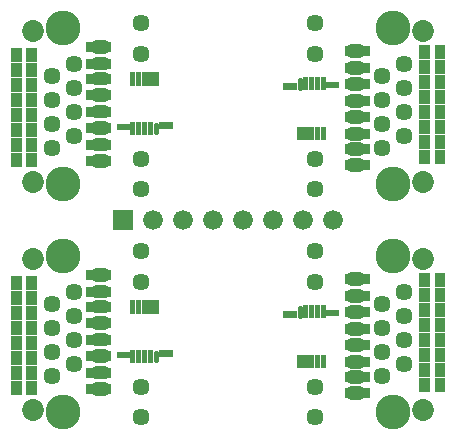
<source format=gbr>
G04 start of page 7 for group -4062 idx -4062 *
G04 Title: (unknown), soldermask *
G04 Creator: pcb 4.2.0 *
G04 CreationDate: Wed Jul 29 20:49:24 2020 UTC *
G04 For: commonadmin *
G04 Format: Gerber/RS-274X *
G04 PCB-Dimensions (mil): 2000.00 2000.00 *
G04 PCB-Coordinate-Origin: lower left *
%MOIN*%
%FSLAX25Y25*%
%LNBOTTOMMASK*%
%ADD51C,0.0180*%
%ADD50C,0.0200*%
%ADD49C,0.0001*%
%ADD48C,0.0660*%
%ADD47C,0.0729*%
%ADD46C,0.1162*%
%ADD45C,0.0572*%
G54D45*X60984Y103504D03*
Y113543D03*
G54D46*X35000Y111969D03*
Y136000D03*
G54D47*X24961Y111181D03*
Y136787D03*
G54D48*X85000Y124000D03*
X95000D03*
X105000D03*
X115000D03*
G54D49*G36*
X51700Y127300D02*Y120700D01*
X58300D01*
Y127300D01*
X51700D01*
G37*
G54D48*X65000Y124000D03*
X75000D03*
X125000D03*
G54D45*X119016Y113543D03*
X60984Y68465D03*
Y58425D03*
X38543Y100039D03*
X31457Y79961D03*
Y96024D03*
Y87992D03*
X38543Y92008D03*
Y75945D03*
Y83976D03*
X31457Y71929D03*
G54D46*X35000Y60000D03*
G54D47*X24961Y60787D03*
G54D45*X119016Y68465D03*
Y58425D03*
Y144465D03*
Y179504D03*
Y134425D03*
Y189543D03*
Y103504D03*
X141457Y96024D03*
X148543Y100039D03*
Y92008D03*
X141457Y71929D03*
Y79961D03*
Y87992D03*
X148543Y75945D03*
Y83976D03*
G54D46*X145000Y60000D03*
G54D47*X155039Y60787D03*
G54D46*X145000Y111969D03*
G54D45*X148543Y151945D03*
Y159976D03*
G54D46*X145000Y136000D03*
Y187969D03*
G54D47*X155039Y111181D03*
Y187181D03*
Y136787D03*
G54D45*X60984Y179504D03*
Y189543D03*
X38543Y176039D03*
Y168008D03*
Y151945D03*
Y159976D03*
X60984Y144465D03*
Y134425D03*
X31457Y147929D03*
Y155961D03*
Y172024D03*
Y163992D03*
G54D46*X35000Y187969D03*
G54D47*X24961Y187181D03*
G54D45*X141457Y147929D03*
Y155961D03*
Y172024D03*
Y163992D03*
X148543Y176039D03*
Y168008D03*
G54D50*X131100Y91969D02*X134100D01*
X130400Y92669D02*X131100Y91969D01*
G54D49*G36*
X128900Y93669D02*Y91669D01*
X131400D01*
Y93669D01*
X128900D01*
G37*
G54D50*X131400Y91969D02*X132000Y92569D01*
X132600Y91969D01*
X134100D02*X134800Y92669D01*
G54D49*G36*
X133800Y93669D02*Y91669D01*
X137300D01*
Y93669D01*
X133800D01*
G37*
G54D50*X133200Y92569D02*X133800Y91969D01*
X132600D02*X133200Y92569D01*
X130400Y93969D02*X131000Y94569D01*
G54D49*G36*
X128900Y94969D02*Y92969D01*
X131400D01*
Y94969D01*
X128900D01*
G37*
G54D50*X134100Y94569D02*X134700Y93969D01*
X133200Y93869D02*X133900Y94569D01*
X132500D02*X133200Y93869D01*
X132000D02*X132700Y94569D01*
X131300D02*X132000Y93869D01*
G54D49*G36*
X133700Y94969D02*Y92969D01*
X137300D01*
Y94969D01*
X133700D01*
G37*
G36*
X157276Y96237D02*X153724D01*
Y91701D01*
X157276D01*
Y96237D01*
G37*
G36*
X162394D02*X158842D01*
Y91701D01*
X162394D01*
Y96237D01*
G37*
G54D50*X131000Y94569D02*X134100D01*
X133900D02*X134100D01*
X131100Y97469D02*X134100D01*
X130400Y98169D02*X131100Y97469D01*
G54D49*G36*
X128900Y99169D02*Y97169D01*
X131400D01*
Y99169D01*
X128900D01*
G37*
G54D50*X132000Y98069D02*X132600Y97469D01*
X134100D02*X134800Y98169D01*
G54D49*G36*
X133800Y99169D02*Y97169D01*
X137300D01*
Y99169D01*
X133800D01*
G37*
G54D50*X133200Y98069D02*X133800Y97469D01*
X132600D02*X133200Y98069D01*
X131400Y97469D02*X132000Y98069D01*
X131000Y100069D02*X134100D01*
X133900D02*X134100D01*
X130400Y99469D02*X131000Y100069D01*
G54D49*G36*
X128900Y100469D02*Y98469D01*
X131400D01*
Y100469D01*
X128900D01*
G37*
G54D50*X134100Y100069D02*X134700Y99469D01*
G54D49*G36*
X133700Y100469D02*Y98469D01*
X137300D01*
Y100469D01*
X133700D01*
G37*
G54D50*X133200Y99369D02*X133900Y100069D01*
X132500D02*X133200Y99369D01*
X132000D02*X132700Y100069D01*
X131300D02*X132000Y99369D01*
G54D49*G36*
X157276Y101237D02*X153724D01*
Y96701D01*
X157276D01*
Y101237D01*
G37*
G36*
X162394D02*X158842D01*
Y96701D01*
X162394D01*
Y101237D01*
G37*
G54D50*X131100Y102969D02*X134100D01*
X130400Y103669D02*X131100Y102969D01*
G54D49*G36*
X128900Y104669D02*Y102669D01*
X131400D01*
Y104669D01*
X128900D01*
G37*
G54D50*X132000Y103569D02*X132600Y102969D01*
X134100D02*X134800Y103669D01*
G54D49*G36*
X133800Y104669D02*Y102669D01*
X137300D01*
Y104669D01*
X133800D01*
G37*
G54D50*X133200Y103569D02*X133800Y102969D01*
X132600D02*X133200Y103569D01*
X131400Y102969D02*X132000Y103569D01*
X131000Y105569D02*X134100D01*
X130400Y104969D02*X131000Y105569D01*
G54D49*G36*
X128900Y105969D02*Y103969D01*
X131400D01*
Y105969D01*
X128900D01*
G37*
G54D50*X131300Y105569D02*X132000Y104869D01*
X134100Y105569D02*X134700Y104969D01*
G54D49*G36*
X133700Y105969D02*Y103969D01*
X137300D01*
Y105969D01*
X133700D01*
G37*
G54D50*X133200Y104869D02*X133900Y105569D01*
X134100D01*
G54D49*G36*
X157276Y106237D02*X153724D01*
Y101701D01*
X157276D01*
Y106237D01*
G37*
G36*
X162394D02*X158842D01*
Y101701D01*
X162394D01*
Y106237D01*
G37*
G54D50*X132500Y105569D02*X133200Y104869D01*
X132000D02*X132700Y105569D01*
G54D49*G36*
X110775Y93556D02*Y91382D01*
X112949D01*
Y93556D01*
X110775D01*
G37*
G36*
X108413D02*Y91382D01*
X110587D01*
Y93556D01*
X108413D01*
G37*
G54D51*X113900Y94769D02*Y92169D01*
G54D49*G36*
X116800Y95669D02*X115000D01*
Y91269D01*
X116800D01*
Y95669D01*
G37*
G36*
X118800D02*X117000D01*
Y91269D01*
X118800D01*
Y95669D01*
G37*
G36*
X120700D02*X118900D01*
Y91269D01*
X120700D01*
Y95669D01*
G37*
G36*
X122700D02*X120900D01*
Y91269D01*
X122700D01*
Y95669D01*
G37*
G36*
X122413Y94056D02*Y91882D01*
X124587D01*
Y94056D01*
X122413D01*
G37*
G36*
X124775D02*Y91882D01*
X126949D01*
Y94056D01*
X124775D01*
G37*
G54D50*X131100Y64969D02*X134100D01*
X130400Y65669D02*X131100Y64969D01*
G54D49*G36*
X128900Y66669D02*Y64669D01*
X131400D01*
Y66669D01*
X128900D01*
G37*
G54D50*X131400Y64969D02*X132000Y65569D01*
X132600Y64969D01*
X134100D02*X134800Y65669D01*
G54D49*G36*
X133800Y66669D02*Y64669D01*
X137300D01*
Y66669D01*
X133800D01*
G37*
G54D50*X133200Y65569D02*X133800Y64969D01*
X132600D02*X133200Y65569D01*
X130400Y66969D02*X131000Y67569D01*
G54D49*G36*
X128900Y67969D02*Y65969D01*
X131400D01*
Y67969D01*
X128900D01*
G37*
G54D50*X134100Y67569D02*X134700Y66969D01*
X133200Y66869D02*X133900Y67569D01*
X132500D02*X133200Y66869D01*
X132000D02*X132700Y67569D01*
X131300D02*X132000Y66869D01*
G54D49*G36*
X133700Y67969D02*Y65969D01*
X137300D01*
Y67969D01*
X133700D01*
G37*
G54D50*X131000Y67569D02*X134100D01*
X133900D02*X134100D01*
X131100Y70469D02*X134100D01*
X130400Y71169D02*X131100Y70469D01*
G54D49*G36*
X128900Y72169D02*Y70169D01*
X131400D01*
Y72169D01*
X128900D01*
G37*
G54D50*X132000Y71069D02*X132600Y70469D01*
X134100D02*X134800Y71169D01*
G54D49*G36*
X133800Y72169D02*Y70169D01*
X137300D01*
Y72169D01*
X133800D01*
G37*
G54D50*X133200Y71069D02*X133800Y70469D01*
X132600D02*X133200Y71069D01*
X131400Y70469D02*X132000Y71069D01*
G54D49*G36*
X157276Y71237D02*X153724D01*
Y66701D01*
X157276D01*
Y71237D01*
G37*
G36*
X162394D02*X158842D01*
Y66701D01*
X162394D01*
Y71237D01*
G37*
G54D50*X131000Y73069D02*X134100D01*
X133900D02*X134100D01*
X130400Y72469D02*X131000Y73069D01*
G54D49*G36*
X128900Y73469D02*Y71469D01*
X131400D01*
Y73469D01*
X128900D01*
G37*
G54D50*X134100Y73069D02*X134700Y72469D01*
G54D49*G36*
X133700Y73469D02*Y71469D01*
X137300D01*
Y73469D01*
X133700D01*
G37*
G54D50*X133200Y72369D02*X133900Y73069D01*
X132500D02*X133200Y72369D01*
X132000D02*X132700Y73069D01*
X131300D02*X132000Y72369D01*
X131100Y75469D02*X134100D01*
X130400Y76169D02*X131100Y75469D01*
G54D49*G36*
X128900Y77169D02*Y75169D01*
X131400D01*
Y77169D01*
X128900D01*
G37*
G54D50*X132000Y76069D02*X132600Y75469D01*
X134100D02*X134800Y76169D01*
G54D49*G36*
X133800Y77169D02*Y75169D01*
X137300D01*
Y77169D01*
X133800D01*
G37*
G54D50*X133200Y76069D02*X133800Y75469D01*
X132600D02*X133200Y76069D01*
X131400Y75469D02*X132000Y76069D01*
X131000Y78069D02*X134100D01*
X130400Y77469D02*X131000Y78069D01*
G54D49*G36*
X128900Y78469D02*Y76469D01*
X131400D01*
Y78469D01*
X128900D01*
G37*
G54D50*X131300Y78069D02*X132000Y77369D01*
X132500Y78069D02*X133200Y77369D01*
X132000D02*X132700Y78069D01*
G54D49*G36*
X122800Y79169D02*X121000D01*
Y74769D01*
X122800D01*
Y79169D01*
G37*
G36*
X120800D02*X119000D01*
Y74769D01*
X120800D01*
Y79169D01*
G37*
G36*
X118800D02*X117000D01*
Y74769D01*
X118800D01*
Y79169D01*
G37*
G36*
X116900D02*X115100D01*
Y74769D01*
X116900D01*
Y79169D01*
G37*
G36*
X114900D02*X113100D01*
Y74769D01*
X114900D01*
Y79169D01*
G37*
G54D50*X134100Y78069D02*X134700Y77469D01*
G54D49*G36*
X133700Y78469D02*Y76469D01*
X137300D01*
Y78469D01*
X133700D01*
G37*
G54D50*X133200Y77369D02*X133900Y78069D01*
X134100D01*
G54D49*G36*
X157276Y81237D02*X153724D01*
Y76701D01*
X157276D01*
Y81237D01*
G37*
G36*
X162394D02*X158842D01*
Y76701D01*
X162394D01*
Y81237D01*
G37*
G36*
X157276Y76237D02*X153724D01*
Y71701D01*
X157276D01*
Y76237D01*
G37*
G36*
X162394D02*X158842D01*
Y71701D01*
X162394D01*
Y76237D01*
G37*
G54D50*X131100Y80969D02*X134100D01*
X134800Y81669D01*
X133200Y81569D02*X133800Y80969D01*
X132600D02*X133200Y81569D01*
G54D49*G36*
X128900Y82669D02*Y80669D01*
X131400D01*
Y82669D01*
X128900D01*
G37*
G54D50*X130400Y81669D02*X131100Y80969D01*
X131400D02*X132000Y81569D01*
X132600Y80969D01*
X131000Y83569D02*X134100D01*
X130400Y82969D02*X131000Y83569D01*
G54D49*G36*
X128900Y83969D02*Y81969D01*
X131400D01*
Y83969D01*
X128900D01*
G37*
G54D50*X132500Y83569D02*X133200Y82869D01*
X132000D02*X132700Y83569D01*
X131300D02*X132000Y82869D01*
G54D49*G36*
X133800Y82669D02*Y80669D01*
X137300D01*
Y82669D01*
X133800D01*
G37*
G54D50*X134100Y83569D02*X134700Y82969D01*
G54D49*G36*
X133700Y83969D02*Y81969D01*
X137300D01*
Y83969D01*
X133700D01*
G37*
G54D50*X133200Y82869D02*X133900Y83569D01*
X134100D01*
G54D49*G36*
X157276Y86237D02*X153724D01*
Y81701D01*
X157276D01*
Y86237D01*
G37*
G36*
X162394D02*X158842D01*
Y81701D01*
X162394D01*
Y86237D01*
G37*
G54D50*X131100Y86469D02*X134100D01*
X130400Y88469D02*X131000Y89069D01*
G54D49*G36*
X128900Y89469D02*Y87469D01*
X131400D01*
Y89469D01*
X128900D01*
G37*
G54D50*X132500Y89069D02*X133200Y88369D01*
X132000D02*X132700Y89069D01*
X131300D02*X132000Y88369D01*
X130400Y87169D02*X131100Y86469D01*
G54D49*G36*
X128900Y88169D02*Y86169D01*
X131400D01*
Y88169D01*
X128900D01*
G37*
G54D50*X131400Y86469D02*X132000Y87069D01*
X132600Y86469D01*
X134100D02*X134800Y87169D01*
X133200Y87069D02*X133800Y86469D01*
X132600D02*X133200Y87069D01*
G54D49*G36*
X133800Y88169D02*Y86169D01*
X137300D01*
Y88169D01*
X133800D01*
G37*
G36*
X133700Y89469D02*Y87469D01*
X137300D01*
Y89469D01*
X133700D01*
G37*
G54D50*X131000Y89069D02*X134100D01*
X134700Y88469D01*
X133200Y88369D02*X133900Y89069D01*
X134100D01*
G54D49*G36*
X157276Y91237D02*X153724D01*
Y86701D01*
X157276D01*
Y91237D01*
G37*
G36*
X162394D02*X158842D01*
Y86701D01*
X162394D01*
Y91237D01*
G37*
G54D50*X131100Y167969D02*X134100D01*
X130400Y168669D02*X131100Y167969D01*
G54D49*G36*
X128900Y169669D02*Y167669D01*
X131400D01*
Y169669D01*
X128900D01*
G37*
G54D50*X131400Y167969D02*X132000Y168569D01*
X132600Y167969D01*
X134100D02*X134800Y168669D01*
G54D49*G36*
X133800Y169669D02*Y167669D01*
X137300D01*
Y169669D01*
X133800D01*
G37*
G54D50*X133200Y168569D02*X133800Y167969D01*
X132600D02*X133200Y168569D01*
X131000Y170569D02*X134100D01*
X134700Y169969D01*
G54D49*G36*
X133700Y170969D02*Y168969D01*
X137300D01*
Y170969D01*
X133700D01*
G37*
G54D50*X133200Y169869D02*X133900Y170569D01*
X130400Y169969D02*X131000Y170569D01*
G54D49*G36*
X128900Y170969D02*Y168969D01*
X131400D01*
Y170969D01*
X128900D01*
G37*
G54D50*X133900Y170569D02*X134100D01*
X132500D02*X133200Y169869D01*
X132000D02*X132700Y170569D01*
X131300D02*X132000Y169869D01*
X131100Y173469D02*X134100D01*
X130400Y174169D02*X131100Y173469D01*
G54D49*G36*
X128900Y175169D02*Y173169D01*
X131400D01*
Y175169D01*
X128900D01*
G37*
G54D50*X131400Y173469D02*X132000Y174069D01*
X132600Y173469D01*
X134100D02*X134800Y174169D01*
G54D49*G36*
X133800Y175169D02*Y173169D01*
X137300D01*
Y175169D01*
X133800D01*
G37*
G54D50*X133200Y174069D02*X133800Y173469D01*
X132600D02*X133200Y174069D01*
X130400Y175469D02*X131000Y176069D01*
G54D49*G36*
X128900Y176469D02*Y174469D01*
X131400D01*
Y176469D01*
X128900D01*
G37*
G54D50*X134100Y176069D02*X134700Y175469D01*
X133200Y175369D02*X133900Y176069D01*
X132500D02*X133200Y175369D01*
X132000D02*X132700Y176069D01*
X131300D02*X132000Y175369D01*
G54D49*G36*
X133700Y176469D02*Y174469D01*
X137300D01*
Y176469D01*
X133700D01*
G37*
G54D50*X131000Y176069D02*X134100D01*
X133900D02*X134100D01*
X131100Y178969D02*X134100D01*
X130400Y179669D02*X131100Y178969D01*
G54D49*G36*
X128900Y180669D02*Y178669D01*
X131400D01*
Y180669D01*
X128900D01*
G37*
G54D50*X132000Y179569D02*X132600Y178969D01*
X134100D02*X134800Y179669D01*
G54D49*G36*
X133800Y180669D02*Y178669D01*
X137300D01*
Y180669D01*
X133800D01*
G37*
G54D50*X133200Y179569D02*X133800Y178969D01*
X132600D02*X133200Y179569D01*
X131400Y178969D02*X132000Y179569D01*
X131000Y181569D02*X134100D01*
X133900D02*X134100D01*
X130400Y180969D02*X131000Y181569D01*
G54D49*G36*
X128900Y181969D02*Y179969D01*
X131400D01*
Y181969D01*
X128900D01*
G37*
G54D50*X134100Y181569D02*X134700Y180969D01*
G54D49*G36*
X133700Y181969D02*Y179969D01*
X137300D01*
Y181969D01*
X133700D01*
G37*
G54D50*X133200Y180869D02*X133900Y181569D01*
X132500D02*X133200Y180869D01*
X132000D02*X132700Y181569D01*
X131300D02*X132000Y180869D01*
G54D49*G36*
X110775Y169556D02*Y167382D01*
X112949D01*
Y169556D01*
X110775D01*
G37*
G36*
X108413D02*Y167382D01*
X110587D01*
Y169556D01*
X108413D01*
G37*
G54D51*X113900Y170769D02*Y168169D01*
G54D49*G36*
X116800Y171669D02*X115000D01*
Y167269D01*
X116800D01*
Y171669D01*
G37*
G36*
X118800D02*X117000D01*
Y167269D01*
X118800D01*
Y171669D01*
G37*
G36*
X120700D02*X118900D01*
Y167269D01*
X120700D01*
Y171669D01*
G37*
G36*
X122700D02*X120900D01*
Y167269D01*
X122700D01*
Y171669D01*
G37*
G36*
X122413Y170056D02*Y167882D01*
X124587D01*
Y170056D01*
X122413D01*
G37*
G36*
X124775D02*Y167882D01*
X126949D01*
Y170056D01*
X124775D01*
G37*
G36*
X157276Y182237D02*X153724D01*
Y177701D01*
X157276D01*
Y182237D01*
G37*
G36*
X162394D02*X158842D01*
Y177701D01*
X162394D01*
Y182237D01*
G37*
G36*
X157276Y172237D02*X153724D01*
Y167701D01*
X157276D01*
Y172237D01*
G37*
G36*
X162394D02*X158842D01*
Y167701D01*
X162394D01*
Y172237D01*
G37*
G36*
X157276Y177237D02*X153724D01*
Y172701D01*
X157276D01*
Y177237D01*
G37*
G36*
X162394D02*X158842D01*
Y172701D01*
X162394D01*
Y177237D01*
G37*
G54D50*X131100Y140969D02*X134100D01*
X130400Y141669D02*X131100Y140969D01*
G54D49*G36*
X128900Y142669D02*Y140669D01*
X131400D01*
Y142669D01*
X128900D01*
G37*
G54D50*X131400Y140969D02*X132000Y141569D01*
X132600Y140969D01*
X134100D02*X134800Y141669D01*
G54D49*G36*
X133800Y142669D02*Y140669D01*
X137300D01*
Y142669D01*
X133800D01*
G37*
G54D50*X133200Y141569D02*X133800Y140969D01*
X132600D02*X133200Y141569D01*
X130400Y142969D02*X131000Y143569D01*
G54D49*G36*
X128900Y143969D02*Y141969D01*
X131400D01*
Y143969D01*
X128900D01*
G37*
G54D50*X134100Y143569D02*X134700Y142969D01*
X133200Y142869D02*X133900Y143569D01*
X132500D02*X133200Y142869D01*
X132000D02*X132700Y143569D01*
X131300D02*X132000Y142869D01*
G54D49*G36*
X133700Y143969D02*Y141969D01*
X137300D01*
Y143969D01*
X133700D01*
G37*
G54D50*X131000Y143569D02*X134100D01*
X133900D02*X134100D01*
X131100Y146469D02*X134100D01*
X130400Y147169D02*X131100Y146469D01*
G54D49*G36*
X128900Y148169D02*Y146169D01*
X131400D01*
Y148169D01*
X128900D01*
G37*
G54D50*X132000Y147069D02*X132600Y146469D01*
X134100D02*X134800Y147169D01*
G54D49*G36*
X133800Y148169D02*Y146169D01*
X137300D01*
Y148169D01*
X133800D01*
G37*
G54D50*X133200Y147069D02*X133800Y146469D01*
X132600D02*X133200Y147069D01*
X131400Y146469D02*X132000Y147069D01*
G54D49*G36*
X157276Y147237D02*X153724D01*
Y142701D01*
X157276D01*
Y147237D01*
G37*
G36*
X162394D02*X158842D01*
Y142701D01*
X162394D01*
Y147237D01*
G37*
G54D50*X131000Y149069D02*X134100D01*
X133900D02*X134100D01*
X130400Y148469D02*X131000Y149069D01*
G54D49*G36*
X128900Y149469D02*Y147469D01*
X131400D01*
Y149469D01*
X128900D01*
G37*
G54D50*X134100Y149069D02*X134700Y148469D01*
G54D49*G36*
X133700Y149469D02*Y147469D01*
X137300D01*
Y149469D01*
X133700D01*
G37*
G54D50*X133200Y148369D02*X133900Y149069D01*
X132500D02*X133200Y148369D01*
X132000D02*X132700Y149069D01*
X131300D02*X132000Y148369D01*
X131100Y151469D02*X134100D01*
X130400Y152169D02*X131100Y151469D01*
G54D49*G36*
X128900Y153169D02*Y151169D01*
X131400D01*
Y153169D01*
X128900D01*
G37*
G54D50*X132000Y152069D02*X132600Y151469D01*
X134100D02*X134800Y152169D01*
G54D49*G36*
X133800Y153169D02*Y151169D01*
X137300D01*
Y153169D01*
X133800D01*
G37*
G54D50*X133200Y152069D02*X133800Y151469D01*
X132600D02*X133200Y152069D01*
X131400Y151469D02*X132000Y152069D01*
X131000Y154069D02*X134100D01*
X130400Y153469D02*X131000Y154069D01*
G54D49*G36*
X128900Y154469D02*Y152469D01*
X131400D01*
Y154469D01*
X128900D01*
G37*
G54D50*X131300Y154069D02*X132000Y153369D01*
X132500Y154069D02*X133200Y153369D01*
X132000D02*X132700Y154069D01*
G54D49*G36*
X122800Y155169D02*X121000D01*
Y150769D01*
X122800D01*
Y155169D01*
G37*
G36*
X120800D02*X119000D01*
Y150769D01*
X120800D01*
Y155169D01*
G37*
G36*
X118800D02*X117000D01*
Y150769D01*
X118800D01*
Y155169D01*
G37*
G36*
X116900D02*X115100D01*
Y150769D01*
X116900D01*
Y155169D01*
G37*
G36*
X114900D02*X113100D01*
Y150769D01*
X114900D01*
Y155169D01*
G37*
G54D50*X134100Y154069D02*X134700Y153469D01*
G54D49*G36*
X133700Y154469D02*Y152469D01*
X137300D01*
Y154469D01*
X133700D01*
G37*
G54D50*X133200Y153369D02*X133900Y154069D01*
X134100D01*
G54D49*G36*
X157276Y157237D02*X153724D01*
Y152701D01*
X157276D01*
Y157237D01*
G37*
G36*
X162394D02*X158842D01*
Y152701D01*
X162394D01*
Y157237D01*
G37*
G36*
X157276Y152237D02*X153724D01*
Y147701D01*
X157276D01*
Y152237D01*
G37*
G36*
X162394D02*X158842D01*
Y147701D01*
X162394D01*
Y152237D01*
G37*
G54D50*X131100Y156969D02*X134100D01*
X134800Y157669D01*
X133200Y157569D02*X133800Y156969D01*
X132600D02*X133200Y157569D01*
G54D49*G36*
X128900Y158669D02*Y156669D01*
X131400D01*
Y158669D01*
X128900D01*
G37*
G54D50*X130400Y157669D02*X131100Y156969D01*
X131400D02*X132000Y157569D01*
X132600Y156969D01*
X131000Y159569D02*X134100D01*
X130400Y158969D02*X131000Y159569D01*
G54D49*G36*
X128900Y159969D02*Y157969D01*
X131400D01*
Y159969D01*
X128900D01*
G37*
G54D50*X132500Y159569D02*X133200Y158869D01*
X132000D02*X132700Y159569D01*
X131300D02*X132000Y158869D01*
G54D49*G36*
X133800Y158669D02*Y156669D01*
X137300D01*
Y158669D01*
X133800D01*
G37*
G54D50*X134100Y159569D02*X134700Y158969D01*
G54D49*G36*
X133700Y159969D02*Y157969D01*
X137300D01*
Y159969D01*
X133700D01*
G37*
G54D50*X133200Y158869D02*X133900Y159569D01*
X134100D01*
G54D49*G36*
X157276Y162237D02*X153724D01*
Y157701D01*
X157276D01*
Y162237D01*
G37*
G36*
X162394D02*X158842D01*
Y157701D01*
X162394D01*
Y162237D01*
G37*
G54D50*X131100Y162469D02*X134100D01*
X130400Y164469D02*X131000Y165069D01*
G54D49*G36*
X128900Y165469D02*Y163469D01*
X131400D01*
Y165469D01*
X128900D01*
G37*
G54D50*X132500Y165069D02*X133200Y164369D01*
X132000D02*X132700Y165069D01*
X131300D02*X132000Y164369D01*
X130400Y163169D02*X131100Y162469D01*
G54D49*G36*
X128900Y164169D02*Y162169D01*
X131400D01*
Y164169D01*
X128900D01*
G37*
G54D50*X131400Y162469D02*X132000Y163069D01*
X132600Y162469D01*
X134100D02*X134800Y163169D01*
X133200Y163069D02*X133800Y162469D01*
X132600D02*X133200Y163069D01*
G54D49*G36*
X133800Y164169D02*Y162169D01*
X137300D01*
Y164169D01*
X133800D01*
G37*
G36*
X133700Y165469D02*Y163469D01*
X137300D01*
Y165469D01*
X133700D01*
G37*
G54D50*X131000Y165069D02*X134100D01*
X134700Y164469D01*
X133200Y164369D02*X133900Y165069D01*
X134100D01*
G54D49*G36*
X157276Y167237D02*X153724D01*
Y162701D01*
X157276D01*
Y167237D01*
G37*
G36*
X162394D02*X158842D01*
Y162701D01*
X162394D01*
Y167237D01*
G37*
G54D50*X45900Y107000D02*X48900D01*
X49000Y104400D02*X49600Y105000D01*
G54D49*G36*
X48600Y106000D02*Y104000D01*
X51100D01*
Y106000D01*
X48600D01*
G37*
G54D50*X46800Y105100D02*X47500Y104400D01*
X47300D02*X48000Y105100D01*
X48700Y104400D01*
X48900Y107000D02*X49600Y106300D01*
G54D49*G36*
X48600Y107300D02*Y105300D01*
X51100D01*
Y107300D01*
X48600D01*
G37*
G54D50*X48000Y106400D02*X48600Y107000D01*
X47400D02*X48000Y106400D01*
X45200Y106300D02*X45900Y107000D01*
X46200D02*X46800Y106400D01*
X47400Y107000D01*
X45900Y104400D02*X49000D01*
X45300Y105000D02*X45900Y104400D01*
X46100D02*X46800Y105100D01*
X45900Y104400D02*X46100D01*
G54D49*G36*
X42700Y107300D02*Y105300D01*
X46200D01*
Y107300D01*
X42700D01*
G37*
G36*
Y106000D02*Y104000D01*
X46300D01*
Y106000D01*
X42700D01*
G37*
G54D50*X45200Y100800D02*X45900Y101500D01*
G54D49*G36*
X42700Y101800D02*Y99800D01*
X46200D01*
Y101800D01*
X42700D01*
G37*
G54D50*X46200Y101500D02*X46800Y100900D01*
X47400Y101500D01*
G54D49*G36*
X26276Y105268D02*X22724D01*
Y100732D01*
X26276D01*
Y105268D01*
G37*
G36*
X21158D02*X17606D01*
Y100732D01*
X21158D01*
Y105268D01*
G37*
G54D50*X45900Y101500D02*X48900D01*
X49600Y100800D01*
G54D49*G36*
X48600Y101800D02*Y99800D01*
X51100D01*
Y101800D01*
X48600D01*
G37*
G54D50*X48000Y100900D02*X48600Y101500D01*
X47400D02*X48000Y100900D01*
X45900Y98900D02*X49000D01*
X45900D02*X46100D01*
X49000D02*X49600Y99500D01*
G54D49*G36*
X48600Y100500D02*Y98500D01*
X51100D01*
Y100500D01*
X48600D01*
G37*
G54D50*X45300Y99500D02*X45900Y98900D01*
G54D49*G36*
X42700Y100500D02*Y98500D01*
X46300D01*
Y100500D01*
X42700D01*
G37*
G54D50*X46100Y98900D02*X46800Y99600D01*
X47500Y98900D01*
X47300D02*X48000Y99600D01*
X48700Y98900D01*
X45900Y77400D02*X49000D01*
X45900D02*X46100D01*
X49000D02*X49600Y78000D01*
G54D49*G36*
X48600Y79000D02*Y77000D01*
X51100D01*
Y79000D01*
X48600D01*
G37*
G54D50*X45200Y79300D02*X45900Y80000D01*
G54D49*G36*
X42700Y80300D02*Y78300D01*
X46200D01*
Y80300D01*
X42700D01*
G37*
G54D50*X46200Y80000D02*X46800Y79400D01*
X47400Y80000D01*
X45900D02*X48900D01*
X49600Y79300D01*
G54D49*G36*
X48600Y80300D02*Y78300D01*
X51100D01*
Y80300D01*
X48600D01*
G37*
G54D50*X48000Y79400D02*X48600Y80000D01*
X47400D02*X48000Y79400D01*
X45300Y78000D02*X45900Y77400D01*
X46100D02*X46800Y78100D01*
X47500Y77400D01*
X47300D02*X48000Y78100D01*
X48700Y77400D01*
G54D49*G36*
X42700Y79000D02*Y77000D01*
X46300D01*
Y79000D01*
X42700D01*
G37*
G36*
X26276Y80268D02*X22724D01*
Y75732D01*
X26276D01*
Y80268D01*
G37*
G36*
X21158D02*X17606D01*
Y75732D01*
X21158D01*
Y80268D01*
G37*
G54D50*X45900Y74500D02*X48900D01*
X49600Y73800D01*
G54D49*G36*
X48600Y74800D02*Y72800D01*
X51100D01*
Y74800D01*
X48600D01*
G37*
G54D50*X47400Y74500D02*X48000Y73900D01*
X45200Y73800D02*X45900Y74500D01*
G54D49*G36*
X42700Y74800D02*Y72800D01*
X46200D01*
Y74800D01*
X42700D01*
G37*
G54D50*X46200Y74500D02*X46800Y73900D01*
X47400Y74500D01*
X48000Y73900D02*X48600Y74500D01*
X49000Y71900D02*X49600Y72500D01*
G54D49*G36*
X48600Y73500D02*Y71500D01*
X51100D01*
Y73500D01*
X48600D01*
G37*
G54D50*X45900Y71900D02*X49000D01*
X46800Y72600D02*X47500Y71900D01*
X47300D02*X48000Y72600D01*
X48700Y71900D01*
X45300Y72500D02*X45900Y71900D01*
G54D49*G36*
X42700Y73500D02*Y71500D01*
X46300D01*
Y73500D01*
X42700D01*
G37*
G54D50*X46100Y71900D02*X46800Y72600D01*
X45900Y71900D02*X46100D01*
G54D49*G36*
X26276Y75268D02*X22724D01*
Y70732D01*
X26276D01*
Y75268D01*
G37*
G36*
X21158D02*X17606D01*
Y70732D01*
X21158D01*
Y75268D01*
G37*
G54D50*X45900Y69000D02*X48900D01*
X49600Y68300D01*
G54D49*G36*
X48600Y69300D02*Y67300D01*
X51100D01*
Y69300D01*
X48600D01*
G37*
G54D50*X48000Y68400D02*X48600Y69000D01*
X47400D02*X48000Y68400D01*
X45200Y68300D02*X45900Y69000D01*
G54D49*G36*
X42700Y69300D02*Y67300D01*
X46200D01*
Y69300D01*
X42700D01*
G37*
G54D50*X46200Y69000D02*X46800Y68400D01*
X47400Y69000D01*
G54D49*G36*
X26276Y70268D02*X22724D01*
Y65732D01*
X26276D01*
Y70268D01*
G37*
G36*
X21158D02*X17606D01*
Y65732D01*
X21158D01*
Y70268D01*
G37*
G54D50*X45900Y66400D02*X49000D01*
X45900D02*X46100D01*
X49000D02*X49600Y67000D01*
G54D49*G36*
X48600Y68000D02*Y66000D01*
X51100D01*
Y68000D01*
X48600D01*
G37*
G54D50*X45300Y67000D02*X45900Y66400D01*
G54D49*G36*
X42700Y68000D02*Y66000D01*
X46300D01*
Y68000D01*
X42700D01*
G37*
G54D50*X46100Y66400D02*X46800Y67100D01*
X47500Y66400D01*
X47300D02*X48000Y67100D01*
X48700Y66400D01*
G54D49*G36*
X67051Y80587D02*Y78413D01*
X69225D01*
Y80587D01*
X67051D01*
G37*
G54D51*X66100Y79800D02*Y77200D01*
G54D49*G36*
X65000Y80700D02*X63200D01*
Y76300D01*
X65000D01*
Y80700D01*
G37*
G36*
X69413Y80587D02*Y78413D01*
X71587D01*
Y80587D01*
X69413D01*
G37*
G36*
X63000Y80700D02*X61200D01*
Y76300D01*
X63000D01*
Y80700D01*
G37*
G36*
X61100D02*X59300D01*
Y76300D01*
X61100D01*
Y80700D01*
G37*
G36*
X59100D02*X57300D01*
Y76300D01*
X59100D01*
Y80700D01*
G37*
G36*
X55413Y80087D02*Y77913D01*
X57587D01*
Y80087D01*
X55413D01*
G37*
G36*
X53051D02*Y77913D01*
X55225D01*
Y80087D01*
X53051D01*
G37*
G54D50*X45900Y96500D02*X48900D01*
X49600Y95800D01*
G54D49*G36*
X48600Y96800D02*Y94800D01*
X51100D01*
Y96800D01*
X48600D01*
G37*
G54D50*X47400Y96500D02*X48000Y95900D01*
X45200Y95800D02*X45900Y96500D01*
G54D49*G36*
X42700Y96800D02*Y94800D01*
X46200D01*
Y96800D01*
X42700D01*
G37*
G54D50*X46200Y96500D02*X46800Y95900D01*
X47400Y96500D01*
X48000Y95900D02*X48600Y96500D01*
G54D49*G36*
X59000Y97200D02*X57200D01*
Y92800D01*
X59000D01*
Y97200D01*
G37*
G36*
X61000D02*X59200D01*
Y92800D01*
X61000D01*
Y97200D01*
G37*
G36*
X63000D02*X61200D01*
Y92800D01*
X63000D01*
Y97200D01*
G37*
G36*
X64900D02*X63100D01*
Y92800D01*
X64900D01*
Y97200D01*
G37*
G36*
X66900D02*X65100D01*
Y92800D01*
X66900D01*
Y97200D01*
G37*
G54D50*X45900Y93900D02*X49000D01*
X45300Y94500D02*X45900Y93900D01*
X46100D01*
X46800Y94600D02*X47500Y93900D01*
X47300D02*X48000Y94600D01*
G54D49*G36*
X42700Y95500D02*Y93500D01*
X46300D01*
Y95500D01*
X42700D01*
G37*
G36*
X48600D02*Y93500D01*
X51100D01*
Y95500D01*
X48600D01*
G37*
G54D50*X46100Y93900D02*X46800Y94600D01*
X49000Y93900D02*X49600Y94500D01*
X48000Y94600D02*X48700Y93900D01*
G54D49*G36*
X26276Y95268D02*X22724D01*
Y90732D01*
X26276D01*
Y95268D01*
G37*
G36*
X21158D02*X17606D01*
Y90732D01*
X21158D01*
Y95268D01*
G37*
G36*
X26276Y100268D02*X22724D01*
Y95732D01*
X26276D01*
Y100268D01*
G37*
G36*
X21158D02*X17606D01*
Y95732D01*
X21158D01*
Y100268D01*
G37*
G54D50*X45900Y91000D02*X48900D01*
X49600Y90300D01*
G54D49*G36*
X48600Y91300D02*Y89300D01*
X51100D01*
Y91300D01*
X48600D01*
G37*
G54D50*X48000Y90400D02*X48600Y91000D01*
X47400D02*X48000Y90400D01*
X45200Y90300D02*X45900Y91000D01*
G54D49*G36*
X42700Y91300D02*Y89300D01*
X46200D01*
Y91300D01*
X42700D01*
G37*
G54D50*X46200Y91000D02*X46800Y90400D01*
X47400Y91000D01*
X49000Y88400D02*X49600Y89000D01*
G54D49*G36*
X48600Y90000D02*Y88000D01*
X51100D01*
Y90000D01*
X48600D01*
G37*
G54D50*X45300Y89000D02*X45900Y88400D01*
X46100D02*X46800Y89100D01*
X47500Y88400D01*
X47300D02*X48000Y89100D01*
X48700Y88400D01*
G54D49*G36*
X42700Y90000D02*Y88000D01*
X46300D01*
Y90000D01*
X42700D01*
G37*
G36*
X26276Y90268D02*X22724D01*
Y85732D01*
X26276D01*
Y90268D01*
G37*
G36*
X21158D02*X17606D01*
Y85732D01*
X21158D01*
Y90268D01*
G37*
G36*
X26276Y85268D02*X22724D01*
Y80732D01*
X26276D01*
Y85268D01*
G37*
G36*
X21158D02*X17606D01*
Y80732D01*
X21158D01*
Y85268D01*
G37*
G54D50*X45900Y88400D02*X49000D01*
X45900D02*X46100D01*
X45900Y85500D02*X48900D01*
X49600Y84800D01*
G54D49*G36*
X48600Y85800D02*Y83800D01*
X51100D01*
Y85800D01*
X48600D01*
G37*
G54D50*X47400Y85500D02*X48000Y84900D01*
X45200Y84800D02*X45900Y85500D01*
G54D49*G36*
X42700Y85800D02*Y83800D01*
X46200D01*
Y85800D01*
X42700D01*
G37*
G54D50*X46200Y85500D02*X46800Y84900D01*
X47400Y85500D01*
X48000Y84900D02*X48600Y85500D01*
X45900Y82900D02*X49000D01*
X45900D02*X46100D01*
X49000D02*X49600Y83500D01*
G54D49*G36*
X48600Y84500D02*Y82500D01*
X51100D01*
Y84500D01*
X48600D01*
G37*
G54D50*X45300Y83500D02*X45900Y82900D01*
G54D49*G36*
X42700Y84500D02*Y82500D01*
X46300D01*
Y84500D01*
X42700D01*
G37*
G54D50*X46100Y82900D02*X46800Y83600D01*
X47500Y82900D01*
X47300D02*X48000Y83600D01*
X48700Y82900D01*
X45200Y155300D02*X45900Y156000D01*
G54D49*G36*
X42700Y156300D02*Y154300D01*
X46200D01*
Y156300D01*
X42700D01*
G37*
G54D50*X48900Y156000D02*X49600Y155300D01*
G54D49*G36*
X48600Y156300D02*Y154300D01*
X51100D01*
Y156300D01*
X48600D01*
G37*
G54D50*X45900Y156000D02*X48900D01*
X46200D02*X46800Y155400D01*
X47400Y156000D01*
X48000Y155400D02*X48600Y156000D01*
X47400D02*X48000Y155400D01*
X45300Y154000D02*X45900Y153400D01*
G54D49*G36*
X42700Y155000D02*Y153000D01*
X46300D01*
Y155000D01*
X42700D01*
G37*
G54D50*X46100Y153400D02*X46800Y154100D01*
X47500Y153400D01*
X47300D02*X48000Y154100D01*
X48700Y153400D01*
G54D49*G36*
X26276Y156268D02*X22724D01*
Y151732D01*
X26276D01*
Y156268D01*
G37*
G36*
X21158D02*X17606D01*
Y151732D01*
X21158D01*
Y156268D01*
G37*
G54D50*X45900Y153400D02*X49000D01*
X45900D02*X46100D01*
X49000D02*X49600Y154000D01*
G54D49*G36*
X48600Y155000D02*Y153000D01*
X51100D01*
Y155000D01*
X48600D01*
G37*
G54D50*X45900Y150500D02*X48900D01*
X49600Y149800D01*
G54D49*G36*
X48600Y150800D02*Y148800D01*
X51100D01*
Y150800D01*
X48600D01*
G37*
G54D50*X47400Y150500D02*X48000Y149900D01*
X45200Y149800D02*X45900Y150500D01*
G54D49*G36*
X42700Y150800D02*Y148800D01*
X46200D01*
Y150800D01*
X42700D01*
G37*
G54D50*X46200Y150500D02*X46800Y149900D01*
X47400Y150500D01*
X48000Y149900D02*X48600Y150500D01*
X49000Y147900D02*X49600Y148500D01*
G54D49*G36*
X48600Y149500D02*Y147500D01*
X51100D01*
Y149500D01*
X48600D01*
G37*
G54D50*X45900Y147900D02*X49000D01*
X46800Y148600D02*X47500Y147900D01*
X47300D02*X48000Y148600D01*
X48700Y147900D01*
X45300Y148500D02*X45900Y147900D01*
G54D49*G36*
X42700Y149500D02*Y147500D01*
X46300D01*
Y149500D01*
X42700D01*
G37*
G54D50*X46100Y147900D02*X46800Y148600D01*
X45900Y147900D02*X46100D01*
G54D49*G36*
X26276Y151268D02*X22724D01*
Y146732D01*
X26276D01*
Y151268D01*
G37*
G36*
X21158D02*X17606D01*
Y146732D01*
X21158D01*
Y151268D01*
G37*
G54D50*X45900Y145000D02*X48900D01*
X49600Y144300D01*
G54D49*G36*
X48600Y145300D02*Y143300D01*
X51100D01*
Y145300D01*
X48600D01*
G37*
G54D50*X48000Y144400D02*X48600Y145000D01*
X47400D02*X48000Y144400D01*
X45200Y144300D02*X45900Y145000D01*
G54D49*G36*
X42700Y145300D02*Y143300D01*
X46200D01*
Y145300D01*
X42700D01*
G37*
G54D50*X46200Y145000D02*X46800Y144400D01*
X47400Y145000D01*
G54D49*G36*
X26276Y146268D02*X22724D01*
Y141732D01*
X26276D01*
Y146268D01*
G37*
G36*
X21158D02*X17606D01*
Y141732D01*
X21158D01*
Y146268D01*
G37*
G54D50*X45900Y142400D02*X49000D01*
X45900D02*X46100D01*
X49000D02*X49600Y143000D01*
G54D49*G36*
X48600Y144000D02*Y142000D01*
X51100D01*
Y144000D01*
X48600D01*
G37*
G54D50*X45300Y143000D02*X45900Y142400D01*
G54D49*G36*
X42700Y144000D02*Y142000D01*
X46300D01*
Y144000D01*
X42700D01*
G37*
G54D50*X46100Y142400D02*X46800Y143100D01*
X47500Y142400D01*
X47300D02*X48000Y143100D01*
X48700Y142400D01*
G54D49*G36*
X67051Y156587D02*Y154413D01*
X69225D01*
Y156587D01*
X67051D01*
G37*
G54D51*X66100Y155800D02*Y153200D01*
G54D49*G36*
X65000Y156700D02*X63200D01*
Y152300D01*
X65000D01*
Y156700D01*
G37*
G36*
X69413Y156587D02*Y154413D01*
X71587D01*
Y156587D01*
X69413D01*
G37*
G36*
X63000Y156700D02*X61200D01*
Y152300D01*
X63000D01*
Y156700D01*
G37*
G36*
X61100D02*X59300D01*
Y152300D01*
X61100D01*
Y156700D01*
G37*
G36*
X59100D02*X57300D01*
Y152300D01*
X59100D01*
Y156700D01*
G37*
G36*
X55413Y156087D02*Y153913D01*
X57587D01*
Y156087D01*
X55413D01*
G37*
G36*
X53051D02*Y153913D01*
X55225D01*
Y156087D01*
X53051D01*
G37*
G54D50*X45900Y183000D02*X48900D01*
X49000Y180400D02*X49600Y181000D01*
G54D49*G36*
X48600Y182000D02*Y180000D01*
X51100D01*
Y182000D01*
X48600D01*
G37*
G54D50*X46800Y181100D02*X47500Y180400D01*
X47300D02*X48000Y181100D01*
X48700Y180400D01*
X48900Y183000D02*X49600Y182300D01*
G54D49*G36*
X48600Y183300D02*Y181300D01*
X51100D01*
Y183300D01*
X48600D01*
G37*
G54D50*X48000Y182400D02*X48600Y183000D01*
X47400D02*X48000Y182400D01*
X45200Y182300D02*X45900Y183000D01*
X46200D02*X46800Y182400D01*
X47400Y183000D01*
X45900Y180400D02*X49000D01*
X45300Y181000D02*X45900Y180400D01*
X46100D02*X46800Y181100D01*
X45900Y180400D02*X46100D01*
G54D49*G36*
X42700Y183300D02*Y181300D01*
X46200D01*
Y183300D01*
X42700D01*
G37*
G36*
Y182000D02*Y180000D01*
X46300D01*
Y182000D01*
X42700D01*
G37*
G54D50*X45200Y176800D02*X45900Y177500D01*
G54D49*G36*
X42700Y177800D02*Y175800D01*
X46200D01*
Y177800D01*
X42700D01*
G37*
G54D50*X46200Y177500D02*X46800Y176900D01*
X47400Y177500D01*
G54D49*G36*
X26276Y181268D02*X22724D01*
Y176732D01*
X26276D01*
Y181268D01*
G37*
G36*
X21158D02*X17606D01*
Y176732D01*
X21158D01*
Y181268D01*
G37*
G54D50*X45900Y177500D02*X48900D01*
X49600Y176800D01*
G54D49*G36*
X48600Y177800D02*Y175800D01*
X51100D01*
Y177800D01*
X48600D01*
G37*
G54D50*X48000Y176900D02*X48600Y177500D01*
X47400D02*X48000Y176900D01*
X45900Y174900D02*X49000D01*
X45900D02*X46100D01*
X49000D02*X49600Y175500D01*
G54D49*G36*
X48600Y176500D02*Y174500D01*
X51100D01*
Y176500D01*
X48600D01*
G37*
G54D50*X45300Y175500D02*X45900Y174900D01*
G54D49*G36*
X42700Y176500D02*Y174500D01*
X46300D01*
Y176500D01*
X42700D01*
G37*
G54D50*X46100Y174900D02*X46800Y175600D01*
X47500Y174900D01*
X47300D02*X48000Y175600D01*
X48700Y174900D01*
X45900Y172500D02*X48900D01*
X49600Y171800D01*
G54D49*G36*
X48600Y172800D02*Y170800D01*
X51100D01*
Y172800D01*
X48600D01*
G37*
G54D50*X47400Y172500D02*X48000Y171900D01*
X45200Y171800D02*X45900Y172500D01*
G54D49*G36*
X42700Y172800D02*Y170800D01*
X46200D01*
Y172800D01*
X42700D01*
G37*
G54D50*X46200Y172500D02*X46800Y171900D01*
X47400Y172500D01*
X48000Y171900D02*X48600Y172500D01*
G54D49*G36*
X59000Y173200D02*X57200D01*
Y168800D01*
X59000D01*
Y173200D01*
G37*
G36*
X61000D02*X59200D01*
Y168800D01*
X61000D01*
Y173200D01*
G37*
G36*
X63000D02*X61200D01*
Y168800D01*
X63000D01*
Y173200D01*
G37*
G36*
X64900D02*X63100D01*
Y168800D01*
X64900D01*
Y173200D01*
G37*
G36*
X66900D02*X65100D01*
Y168800D01*
X66900D01*
Y173200D01*
G37*
G54D50*X45900Y169900D02*X49000D01*
X45300Y170500D02*X45900Y169900D01*
X46100D01*
X46800Y170600D02*X47500Y169900D01*
X47300D02*X48000Y170600D01*
G54D49*G36*
X42700Y171500D02*Y169500D01*
X46300D01*
Y171500D01*
X42700D01*
G37*
G36*
X48600D02*Y169500D01*
X51100D01*
Y171500D01*
X48600D01*
G37*
G54D50*X46100Y169900D02*X46800Y170600D01*
X49000Y169900D02*X49600Y170500D01*
X48000Y170600D02*X48700Y169900D01*
G54D49*G36*
X26276Y171268D02*X22724D01*
Y166732D01*
X26276D01*
Y171268D01*
G37*
G36*
X21158D02*X17606D01*
Y166732D01*
X21158D01*
Y171268D01*
G37*
G36*
X26276Y176268D02*X22724D01*
Y171732D01*
X26276D01*
Y176268D01*
G37*
G36*
X21158D02*X17606D01*
Y171732D01*
X21158D01*
Y176268D01*
G37*
G54D50*X45900Y167000D02*X48900D01*
X49600Y166300D01*
G54D49*G36*
X48600Y167300D02*Y165300D01*
X51100D01*
Y167300D01*
X48600D01*
G37*
G54D50*X48000Y166400D02*X48600Y167000D01*
X47400D02*X48000Y166400D01*
X45200Y166300D02*X45900Y167000D01*
G54D49*G36*
X42700Y167300D02*Y165300D01*
X46200D01*
Y167300D01*
X42700D01*
G37*
G54D50*X46200Y167000D02*X46800Y166400D01*
X47400Y167000D01*
X49000Y164400D02*X49600Y165000D01*
G54D49*G36*
X48600Y166000D02*Y164000D01*
X51100D01*
Y166000D01*
X48600D01*
G37*
G54D50*X45300Y165000D02*X45900Y164400D01*
X46100D02*X46800Y165100D01*
X47500Y164400D01*
X47300D02*X48000Y165100D01*
X48700Y164400D01*
G54D49*G36*
X42700Y166000D02*Y164000D01*
X46300D01*
Y166000D01*
X42700D01*
G37*
G36*
X26276Y166268D02*X22724D01*
Y161732D01*
X26276D01*
Y166268D01*
G37*
G36*
X21158D02*X17606D01*
Y161732D01*
X21158D01*
Y166268D01*
G37*
G36*
X26276Y161268D02*X22724D01*
Y156732D01*
X26276D01*
Y161268D01*
G37*
G36*
X21158D02*X17606D01*
Y156732D01*
X21158D01*
Y161268D01*
G37*
G54D50*X45900Y164400D02*X49000D01*
X45900D02*X46100D01*
X45900Y161500D02*X48900D01*
X49600Y160800D01*
G54D49*G36*
X48600Y161800D02*Y159800D01*
X51100D01*
Y161800D01*
X48600D01*
G37*
G54D50*X47400Y161500D02*X48000Y160900D01*
X45200Y160800D02*X45900Y161500D01*
G54D49*G36*
X42700Y161800D02*Y159800D01*
X46200D01*
Y161800D01*
X42700D01*
G37*
G54D50*X46200Y161500D02*X46800Y160900D01*
X47400Y161500D01*
X48000Y160900D02*X48600Y161500D01*
X45900Y158900D02*X49000D01*
X45900D02*X46100D01*
X49000D02*X49600Y159500D01*
G54D49*G36*
X48600Y160500D02*Y158500D01*
X51100D01*
Y160500D01*
X48600D01*
G37*
G54D50*X45300Y159500D02*X45900Y158900D01*
G54D49*G36*
X42700Y160500D02*Y158500D01*
X46300D01*
Y160500D01*
X42700D01*
G37*
G54D50*X46100Y158900D02*X46800Y159600D01*
X47500Y158900D01*
X47300D02*X48000Y159600D01*
X48700Y158900D01*
M02*

</source>
